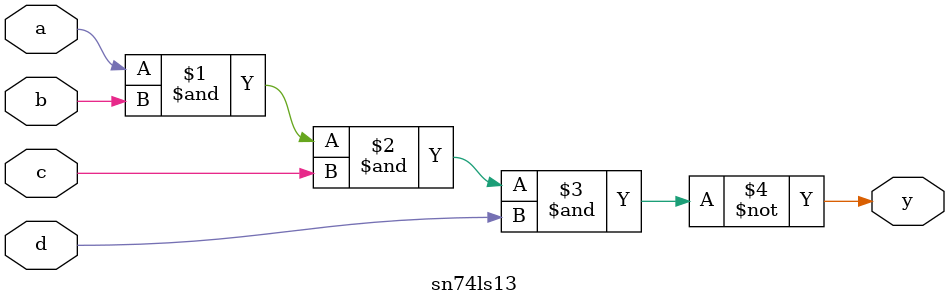
<source format=v>
module sn74ls13(y, a, b, c, d);
input a, b, c, d;
output y;
parameter
	// TI TTL data book Vol 1, 1985
	tPLH_min=0, tPLH_typ=15, tPLH_max=22,
	tPHL_min=0, tPHL_typ=18, tPHL_max=27;

	nand #(tPLH_min : tPLH_typ : tPLH_max,
	  tPHL_min : tPHL_typ : tPHL_max)
	(y, a, b, c, d);

endmodule

</source>
